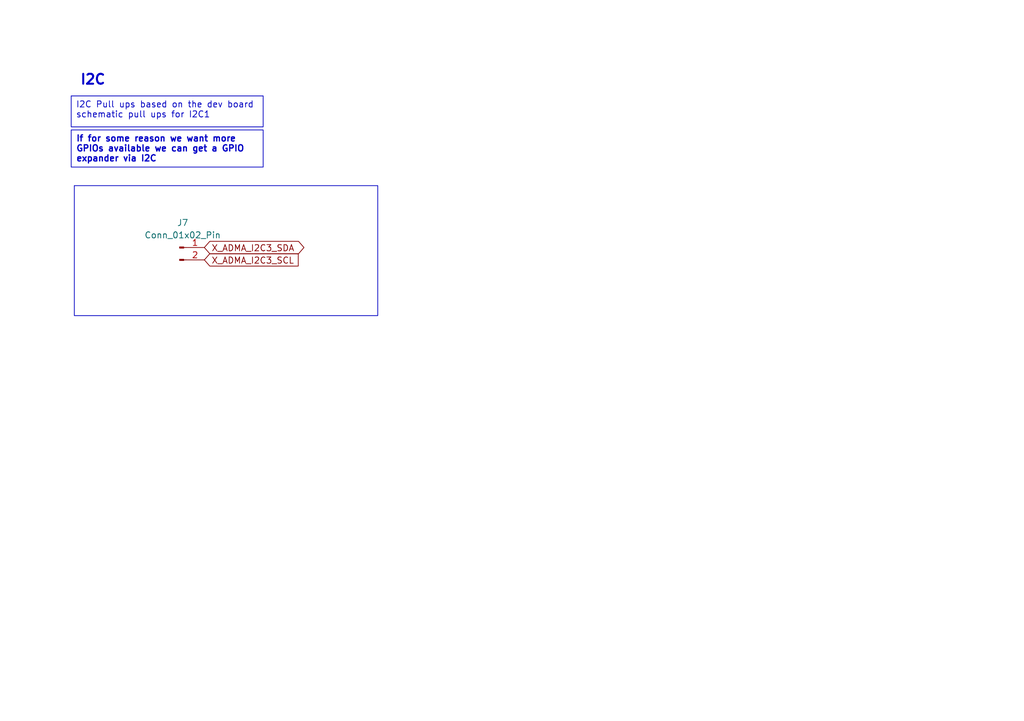
<source format=kicad_sch>
(kicad_sch (version 20250114) (generator "eeschema") (generator_version "9.0")
  (paper "A5")
  (lib_symbols
    (symbol "Connector:Conn_01x02_Pin" (pin_names (offset 1.016) (hide yes))
      (property "Reference" "J" (at 0 2.54 0))
      (property "Value" "Conn_01x02_Pin" (at 0 -5.08 0))
      (symbol "Conn_01x02_Pin_1_1"
        (rectangle (start 0.8636 0.127) (end 0 -0.127) (stroke (width 0.1524)) (fill (type outline)))
        (rectangle (start 0.8636 -2.413) (end 0 -2.667) (stroke (width 0.1524)) (fill (type outline)))
        (polyline (pts (xy 1.27 0) (xy 0.8636 0)) (stroke (width 0.1524)))
        (polyline (pts (xy 1.27 -2.54) (xy 0.8636 -2.54)) (stroke (width 0.1524)))
        (pin passive line (at 5.08 0 180) (length 3.81) (name "Pin_1") (number "1"))
        (pin passive line (at 5.08 -2.54 180) (length 3.81) (name "Pin_2") (number "2"))
      )
    )
  )
  (rectangle (start 15.24 38.1) (end 77.47 64.77))
  (text "I2C\n" (at 19.05 16.51 0) (effects (font (size 2.032 2.032) (thickness 0.4064) (bold yes))))
  (text_box "I2C Pull ups based on the dev board schematic pull ups for I2C1" (at 14.605 19.685 0) (size 39.37 6.35) (margins 0.9525 0.9525 0.9525 0.9525) (effects (font (size 1.27 1.27)) (justify left top)))
  (text_box "If for some reason we want more GPIOs available we can get a GPIO expander via I2C" (at 14.605 26.67 0) (size 39.37 7.62) (margins 0.9525 0.9525 0.9525 0.9525) (effects (font (size 1.27 1.27) (thickness 0.254) (bold yes)) (justify left top)))
  (global_label "X_ADMA_I2C3_SDA" (shape bidirectional) (at 41.91 50.8 0) (property "Intersheetrefs" "${INTERSHEET_REFS}" (effects (hide yes))))
  (global_label "X_ADMA_I2C3_SCL" (shape input) (at 41.91 53.34 0) (property "Intersheetrefs" "${INTERSHEET_REFS}" (effects (hide yes))))
  (symbol (lib_id "Connector:Conn_01x02_Pin") (at 36.83 50.8 0) (unit 1)
    (property "Reference" "J7" (at 37.465 45.72 0))
    (property "Value" "Conn_01x02_Pin" (at 37.465 48.26 0))
    (property "Footprint" "Connector_PinHeader_2.54mm:PinHeader_1x02_P2.54mm_Vertical" (effects (hide yes)))
    (property "Description" "Generic connector, single row, 01x02, script generated" (effects (hide yes)))
  )
)
</source>
